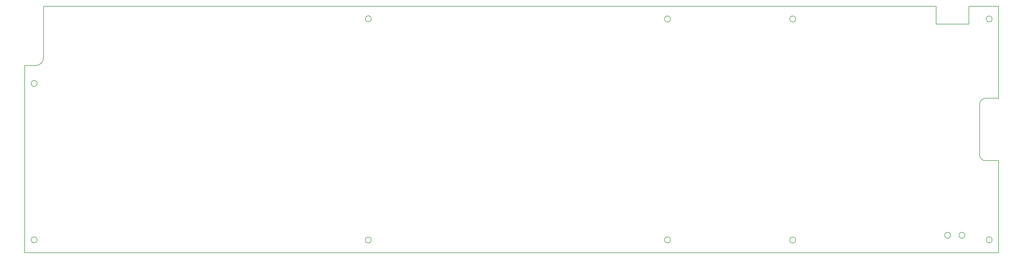
<source format=gm1>
G04 #@! TF.GenerationSoftware,KiCad,Pcbnew,(6.0.4-0)*
G04 #@! TF.CreationDate,2022-06-29T10:25:01-05:00*
G04 #@! TF.ProjectId,X+,582b2e6b-6963-4616-945f-706362585858,4*
G04 #@! TF.SameCoordinates,Original*
G04 #@! TF.FileFunction,Profile,NP*
%FSLAX46Y46*%
G04 Gerber Fmt 4.6, Leading zero omitted, Abs format (unit mm)*
G04 Created by KiCad (PCBNEW (6.0.4-0)) date 2022-06-29 10:25:01*
%MOMM*%
%LPD*%
G01*
G04 APERTURE LIST*
G04 #@! TA.AperFunction,Profile*
%ADD10C,0.150000*%
G04 #@! TD*
G04 APERTURE END LIST*
D10*
X144004988Y-206460000D02*
G75*
G03*
X144004988Y-206460000I-1004988J0D01*
G01*
X256354988Y-206510000D02*
G75*
G03*
X256354988Y-206510000I-1004988J0D01*
G01*
X256404988Y-131960000D02*
G75*
G03*
X256404988Y-131960000I-1004988J0D01*
G01*
X399104988Y-132010000D02*
G75*
G03*
X399104988Y-132010000I-1004988J0D01*
G01*
X399104988Y-206510000D02*
G75*
G03*
X399104988Y-206510000I-1004988J0D01*
G01*
X451204988Y-204910000D02*
G75*
G03*
X451204988Y-204910000I-1004988J0D01*
G01*
X456004988Y-204910000D02*
G75*
G03*
X456004988Y-204910000I-1004988J0D01*
G01*
X465154988Y-206460000D02*
G75*
G03*
X465154988Y-206460000I-1004988J0D01*
G01*
X465154988Y-132010000D02*
G75*
G03*
X465154988Y-132010000I-1004988J0D01*
G01*
X357001249Y-132010000D02*
G75*
G03*
X357001249Y-132010000I-1001249J0D01*
G01*
X467300000Y-158760000D02*
X462900000Y-158760000D01*
X460950000Y-160710000D02*
X460950000Y-177810000D01*
X467300000Y-158760000D02*
X467300000Y-127750000D01*
X446300000Y-133750000D02*
X446300000Y-127750000D01*
X462900000Y-158760000D02*
G75*
G03*
X460950000Y-160710000I0J-1950000D01*
G01*
X457300000Y-133750000D02*
X446300000Y-133750000D01*
X462900000Y-179760000D02*
X467300000Y-179760000D01*
X139800000Y-147710000D02*
X139800000Y-210760000D01*
X457300000Y-127750000D02*
X457300000Y-133750000D01*
X357001249Y-206460000D02*
G75*
G03*
X357001249Y-206460000I-1001249J0D01*
G01*
X143484600Y-147726400D02*
G75*
G03*
X146168890Y-145059641I-8000J2692400D01*
G01*
X139800000Y-210760000D02*
X467300000Y-210760000D01*
X146150000Y-127750000D02*
X146168890Y-145059641D01*
X467300000Y-210760000D02*
X467300000Y-179760000D01*
X143484600Y-147726400D02*
X139800000Y-147710000D01*
X467300000Y-127750000D02*
X457300000Y-127750000D01*
X446300000Y-127750000D02*
X146150000Y-127750000D01*
X460950000Y-177810000D02*
G75*
G03*
X462900000Y-179760000I1950000J0D01*
G01*
X144004988Y-153760000D02*
G75*
G03*
X144004988Y-153760000I-1004988J0D01*
G01*
M02*

</source>
